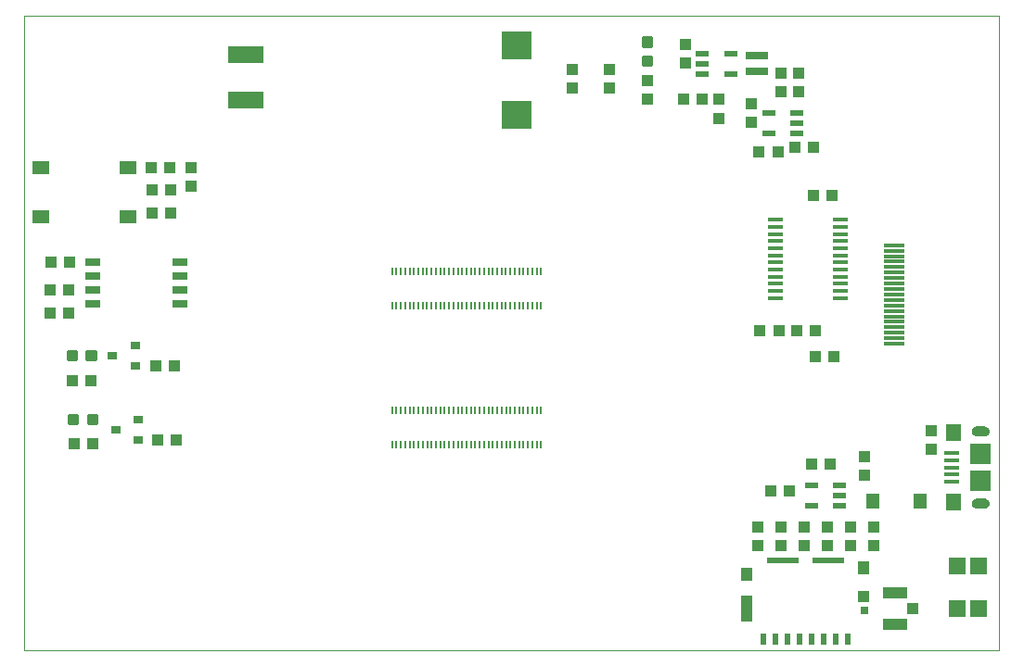
<source format=gtp>
G04 EAGLE Gerber X2 export*
%TF.Part,Single*%
%TF.FileFunction,Other,Top Paste*%
%TF.FilePolarity,Positive*%
%TF.GenerationSoftware,Autodesk,EAGLE,9.0.0*%
%TF.CreationDate,2019-03-06T05:58:58Z*%
G75*
%MOMM*%
%FSLAX34Y34*%
%LPD*%
%AMOC8*
5,1,8,0,0,1.08239X$1,22.5*%
G01*
%ADD10C,0.000000*%
%ADD11R,0.200000X0.700000*%
%ADD12R,2.700000X2.550000*%
%ADD13R,1.000000X1.100000*%
%ADD14C,0.300000*%
%ADD15R,1.100000X1.000000*%
%ADD16R,1.150000X0.600000*%
%ADD17R,0.900000X0.800000*%
%ADD18R,1.400000X1.600000*%
%ADD19R,1.350000X0.400000*%
%ADD20R,1.900000X1.900000*%
%ADD21R,1.200000X0.600000*%
%ADD22R,1.270000X1.470000*%
%ADD23R,1.475000X0.450000*%
%ADD24R,1.450000X0.750000*%
%ADD25R,1.550000X1.300000*%
%ADD26R,2.200000X1.050000*%
%ADD27R,1.050000X1.000000*%
%ADD28R,3.200000X1.500000*%
%ADD29R,2.000000X0.700000*%
%ADD30R,1.900000X0.300000*%
%ADD31R,1.540000X1.540000*%
%ADD32R,0.500000X1.000000*%
%ADD33R,0.720000X0.780000*%
%ADD34R,1.050000X1.080000*%
%ADD35R,1.050000X1.200000*%
%ADD36R,1.050000X2.390000*%
%ADD37R,2.910000X0.550000*%

G36*
X987105Y335516D02*
X987105Y335516D01*
X987188Y335519D01*
X987905Y335656D01*
X988030Y335699D01*
X988118Y335722D01*
X988787Y336015D01*
X988900Y336085D01*
X988980Y336128D01*
X989567Y336562D01*
X989661Y336655D01*
X989731Y336715D01*
X990206Y337269D01*
X990277Y337381D01*
X990331Y337454D01*
X990671Y338100D01*
X990716Y338225D01*
X990752Y338308D01*
X990940Y339014D01*
X990956Y339146D01*
X990973Y339235D01*
X990999Y339965D01*
X990995Y340002D01*
X990999Y340035D01*
X990973Y340765D01*
X990949Y340895D01*
X990940Y340986D01*
X990752Y341692D01*
X990701Y341814D01*
X990671Y341900D01*
X990331Y342546D01*
X990254Y342654D01*
X990206Y342731D01*
X989731Y343285D01*
X989631Y343373D01*
X989567Y343438D01*
X988980Y343873D01*
X988864Y343936D01*
X988787Y343985D01*
X988118Y344278D01*
X987991Y344314D01*
X987905Y344344D01*
X987188Y344481D01*
X987082Y344487D01*
X987000Y344499D01*
X979000Y344499D01*
X978882Y344482D01*
X978794Y344478D01*
X977961Y344302D01*
X977792Y344241D01*
X977715Y344216D01*
X976956Y343831D01*
X976809Y343727D01*
X976741Y343683D01*
X976108Y343115D01*
X975992Y342977D01*
X975938Y342917D01*
X975473Y342204D01*
X975397Y342041D01*
X975361Y341969D01*
X975096Y341160D01*
X975065Y340982D01*
X975048Y340904D01*
X975002Y340054D01*
X975006Y340006D01*
X975001Y339965D01*
X975027Y339235D01*
X975051Y339105D01*
X975060Y339014D01*
X975248Y338308D01*
X975299Y338186D01*
X975329Y338100D01*
X975669Y337454D01*
X975746Y337347D01*
X975794Y337269D01*
X976269Y336715D01*
X976369Y336627D01*
X976433Y336562D01*
X977020Y336128D01*
X977136Y336064D01*
X977213Y336015D01*
X977882Y335722D01*
X978009Y335686D01*
X978095Y335656D01*
X978812Y335519D01*
X978918Y335514D01*
X979000Y335501D01*
X987000Y335501D01*
X987105Y335516D01*
G37*
G36*
X987105Y269516D02*
X987105Y269516D01*
X987188Y269519D01*
X987905Y269656D01*
X988030Y269699D01*
X988118Y269722D01*
X988787Y270015D01*
X988900Y270085D01*
X988980Y270128D01*
X989567Y270562D01*
X989661Y270655D01*
X989731Y270715D01*
X990206Y271269D01*
X990277Y271381D01*
X990331Y271454D01*
X990671Y272100D01*
X990716Y272225D01*
X990752Y272308D01*
X990940Y273014D01*
X990956Y273146D01*
X990973Y273235D01*
X990999Y273965D01*
X990995Y274002D01*
X990999Y274035D01*
X990973Y274765D01*
X990949Y274895D01*
X990940Y274986D01*
X990752Y275692D01*
X990701Y275814D01*
X990671Y275900D01*
X990331Y276546D01*
X990254Y276654D01*
X990206Y276731D01*
X989731Y277285D01*
X989631Y277373D01*
X989567Y277438D01*
X988980Y277873D01*
X988864Y277936D01*
X988787Y277985D01*
X988118Y278278D01*
X987991Y278314D01*
X987905Y278344D01*
X987188Y278481D01*
X987082Y278487D01*
X987000Y278499D01*
X979000Y278499D01*
X978882Y278482D01*
X978794Y278478D01*
X977961Y278302D01*
X977792Y278241D01*
X977715Y278216D01*
X976956Y277831D01*
X976809Y277727D01*
X976741Y277683D01*
X976108Y277115D01*
X975992Y276977D01*
X975938Y276917D01*
X975473Y276204D01*
X975397Y276041D01*
X975361Y275969D01*
X975096Y275160D01*
X975065Y274982D01*
X975048Y274904D01*
X975002Y274054D01*
X975006Y274006D01*
X975001Y273965D01*
X975027Y273235D01*
X975051Y273105D01*
X975060Y273014D01*
X975248Y272308D01*
X975299Y272186D01*
X975329Y272100D01*
X975669Y271454D01*
X975746Y271347D01*
X975794Y271269D01*
X976269Y270715D01*
X976369Y270627D01*
X976433Y270562D01*
X977020Y270128D01*
X977136Y270064D01*
X977213Y270015D01*
X977882Y269722D01*
X978009Y269686D01*
X978095Y269656D01*
X978812Y269519D01*
X978918Y269514D01*
X979000Y269501D01*
X987000Y269501D01*
X987105Y269516D01*
G37*
D10*
X110000Y140000D02*
X1000000Y140000D01*
X1000000Y720000D01*
X110000Y720000D01*
X110000Y140000D01*
D11*
X445600Y486000D03*
X449600Y486000D03*
X453600Y486000D03*
X457600Y486000D03*
X461600Y486000D03*
X465600Y486000D03*
X469600Y486000D03*
X473600Y486000D03*
X477600Y486000D03*
X481600Y486000D03*
X485600Y486000D03*
X489600Y486000D03*
X493600Y486000D03*
X497600Y486000D03*
X501600Y486000D03*
X505600Y486000D03*
X509600Y486000D03*
X513600Y486000D03*
X517600Y486000D03*
X521600Y486000D03*
X525600Y486000D03*
X529600Y486000D03*
X533600Y486000D03*
X537600Y486000D03*
X541600Y486000D03*
X545600Y486000D03*
X549600Y486000D03*
X553600Y486000D03*
X557600Y486000D03*
X561600Y486000D03*
X565600Y486000D03*
X569600Y486000D03*
X573600Y486000D03*
X577600Y486000D03*
X581600Y486000D03*
X445600Y455200D03*
X449600Y455200D03*
X453600Y455200D03*
X457600Y455200D03*
X461600Y455200D03*
X465600Y455200D03*
X469600Y455200D03*
X473600Y455200D03*
X477600Y455200D03*
X481600Y455200D03*
X485600Y455200D03*
X489600Y455200D03*
X493600Y455200D03*
X497600Y455200D03*
X501600Y455200D03*
X505600Y455200D03*
X509600Y455200D03*
X513600Y455200D03*
X517600Y455200D03*
X521600Y455200D03*
X525600Y455200D03*
X529600Y455200D03*
X533600Y455200D03*
X537600Y455200D03*
X541600Y455200D03*
X545600Y455200D03*
X549600Y455200D03*
X553600Y455200D03*
X557600Y455200D03*
X561600Y455200D03*
X565600Y455200D03*
X569600Y455200D03*
X573600Y455200D03*
X577600Y455200D03*
X581600Y455200D03*
X445650Y359050D03*
X449650Y359050D03*
X453650Y359050D03*
X457650Y359050D03*
X461650Y359050D03*
X465650Y359050D03*
X469650Y359050D03*
X473650Y359050D03*
X477650Y359050D03*
X481650Y359050D03*
X485650Y359050D03*
X489650Y359050D03*
X493650Y359050D03*
X497650Y359050D03*
X501650Y359050D03*
X505650Y359050D03*
X509650Y359050D03*
X513650Y359050D03*
X517650Y359050D03*
X521650Y359050D03*
X525650Y359050D03*
X529650Y359050D03*
X533650Y359050D03*
X537650Y359050D03*
X541650Y359050D03*
X545650Y359050D03*
X549650Y359050D03*
X553650Y359050D03*
X557650Y359050D03*
X561650Y359050D03*
X565650Y359050D03*
X569650Y359050D03*
X573650Y359050D03*
X577650Y359050D03*
X581650Y359050D03*
X445650Y328250D03*
X449650Y328250D03*
X453650Y328250D03*
X457650Y328250D03*
X461650Y328250D03*
X465650Y328250D03*
X469650Y328250D03*
X473650Y328250D03*
X477650Y328250D03*
X481650Y328250D03*
X485650Y328250D03*
X489650Y328250D03*
X493650Y328250D03*
X497650Y328250D03*
X501650Y328250D03*
X505650Y328250D03*
X509650Y328250D03*
X513650Y328250D03*
X517650Y328250D03*
X521650Y328250D03*
X525650Y328250D03*
X529650Y328250D03*
X533650Y328250D03*
X537650Y328250D03*
X541650Y328250D03*
X545650Y328250D03*
X549650Y328250D03*
X553650Y328250D03*
X557650Y328250D03*
X561650Y328250D03*
X565650Y328250D03*
X569650Y328250D03*
X573650Y328250D03*
X577650Y328250D03*
X581650Y328250D03*
D12*
X559000Y692700D03*
X559000Y629300D03*
D13*
X610000Y653500D03*
X610000Y670500D03*
X644000Y653500D03*
X644000Y670500D03*
X679000Y660500D03*
X679000Y643500D03*
D14*
X682500Y692270D02*
X675500Y692270D01*
X675500Y699270D01*
X682500Y699270D01*
X682500Y692270D01*
X682500Y695269D02*
X675500Y695269D01*
X675500Y698268D02*
X682500Y698268D01*
X682500Y674730D02*
X675500Y674730D01*
X675500Y681730D01*
X682500Y681730D01*
X682500Y674730D01*
X682500Y677729D02*
X675500Y677729D01*
X675500Y680728D02*
X682500Y680728D01*
D15*
X150600Y447966D03*
X133600Y447966D03*
X150600Y469466D03*
X133600Y469466D03*
X151600Y494966D03*
X134600Y494966D03*
D16*
X729000Y685530D03*
X729000Y676000D03*
X729000Y666470D03*
X755000Y666470D03*
X755000Y685530D03*
D13*
X713272Y693556D03*
X713272Y676556D03*
X801050Y667278D03*
X801050Y650278D03*
X817112Y667278D03*
X817112Y650278D03*
D15*
X728848Y643508D03*
X711848Y643508D03*
D13*
X744268Y643262D03*
X744268Y626262D03*
D17*
X214200Y332000D03*
X214200Y351000D03*
X193200Y341500D03*
D15*
X155300Y328952D03*
X172300Y328952D03*
X231300Y332500D03*
X248300Y332500D03*
D14*
X168970Y347500D02*
X168970Y354500D01*
X175970Y354500D01*
X175970Y347500D01*
X168970Y347500D01*
X168970Y350499D02*
X175970Y350499D01*
X175970Y353498D02*
X168970Y353498D01*
X151430Y354500D02*
X151430Y347500D01*
X151430Y354500D02*
X158430Y354500D01*
X158430Y347500D01*
X151430Y347500D01*
X151430Y350499D02*
X158430Y350499D01*
X158430Y353498D02*
X151430Y353498D01*
D15*
X243684Y539332D03*
X226684Y539332D03*
X226284Y560732D03*
X243284Y560732D03*
X242684Y581332D03*
X225684Y581332D03*
D13*
X262062Y581012D03*
X262062Y564012D03*
D18*
X958500Y275000D03*
X958500Y339000D03*
D19*
X956250Y307000D03*
X956250Y313500D03*
X956250Y300500D03*
X956250Y294000D03*
X956250Y320000D03*
D20*
X983000Y295000D03*
X983000Y319000D03*
D21*
X854000Y272000D03*
X854000Y281500D03*
X854000Y291000D03*
X829000Y291000D03*
X829000Y272000D03*
D22*
X884500Y275900D03*
X927500Y275900D03*
D15*
X832066Y408108D03*
X849066Y408108D03*
X845500Y310000D03*
X828500Y310000D03*
D13*
X937500Y323600D03*
X937500Y340600D03*
X876444Y299886D03*
X876444Y316886D03*
D15*
X808038Y285352D03*
X791038Y285352D03*
X832228Y431984D03*
X815228Y431984D03*
D23*
X795820Y533450D03*
X795820Y526950D03*
X795820Y520450D03*
X795820Y513950D03*
X795820Y507450D03*
X795820Y500950D03*
X795820Y494450D03*
X795820Y487950D03*
X795820Y481450D03*
X795820Y474950D03*
X795820Y468450D03*
X795820Y461950D03*
X854580Y461950D03*
X854580Y468450D03*
X854580Y474950D03*
X854580Y481450D03*
X854580Y487950D03*
X854580Y494450D03*
X854580Y500950D03*
X854580Y507450D03*
X854580Y513950D03*
X854580Y520450D03*
X854580Y526950D03*
X854580Y533450D03*
D15*
X781546Y431984D03*
X798546Y431984D03*
X847400Y555800D03*
X830400Y555800D03*
D24*
X251750Y456816D03*
X251750Y469516D03*
X251750Y482216D03*
X251750Y494916D03*
X172250Y494916D03*
X172250Y482216D03*
X172250Y469516D03*
X172250Y456816D03*
D25*
X125234Y536032D03*
X204734Y536032D03*
X125234Y581032D03*
X204734Y581032D03*
D26*
X904912Y163250D03*
X904912Y192750D03*
D27*
X920912Y178000D03*
D28*
X312166Y684702D03*
X312166Y642702D03*
D29*
X778256Y683398D03*
X778256Y668898D03*
D17*
X211422Y399440D03*
X211422Y418440D03*
X190422Y408940D03*
D15*
X154060Y386080D03*
X171060Y386080D03*
X229752Y399542D03*
X246752Y399542D03*
D14*
X167576Y405440D02*
X167576Y412440D01*
X174576Y412440D01*
X174576Y405440D01*
X167576Y405440D01*
X167576Y408439D02*
X174576Y408439D01*
X174576Y411438D02*
X167576Y411438D01*
X150036Y412440D02*
X150036Y405440D01*
X150036Y412440D02*
X157036Y412440D01*
X157036Y405440D01*
X150036Y405440D01*
X150036Y408439D02*
X157036Y408439D01*
X157036Y411438D02*
X150036Y411438D01*
D30*
X903884Y510074D03*
X903884Y505074D03*
X903884Y500074D03*
X903884Y495074D03*
X903884Y490074D03*
X903884Y485074D03*
X903884Y480074D03*
X903884Y475074D03*
X903884Y470074D03*
X903884Y465074D03*
X903884Y460074D03*
X903884Y455074D03*
X903884Y450074D03*
X903884Y445074D03*
X903884Y440074D03*
X903884Y435074D03*
X903884Y430074D03*
X903884Y425074D03*
X903884Y420074D03*
D31*
X961850Y177858D03*
X981250Y177858D03*
X981250Y216858D03*
X961850Y216858D03*
D21*
X814632Y612292D03*
X814632Y621792D03*
X814632Y631292D03*
X789632Y631292D03*
X789632Y612292D03*
D15*
X797678Y595376D03*
X780678Y595376D03*
D13*
X773684Y622690D03*
X773684Y639690D03*
D15*
X813190Y599440D03*
X830190Y599440D03*
D32*
X861460Y149784D03*
X850460Y149784D03*
X839460Y149784D03*
X828460Y149784D03*
X817460Y149784D03*
X806460Y149784D03*
X795460Y149784D03*
X784460Y149784D03*
D33*
X876560Y176584D03*
D34*
X876210Y189284D03*
D35*
X876210Y215384D03*
X769710Y209684D03*
D36*
X769710Y177834D03*
D37*
X802010Y222134D03*
X843910Y222134D03*
D13*
X885444Y235594D03*
X885444Y252594D03*
X821690Y235340D03*
X821690Y252340D03*
X800862Y235340D03*
X800862Y252340D03*
X864108Y235594D03*
X864108Y252594D03*
X843026Y235594D03*
X843026Y252594D03*
X779526Y235340D03*
X779526Y252340D03*
M02*

</source>
